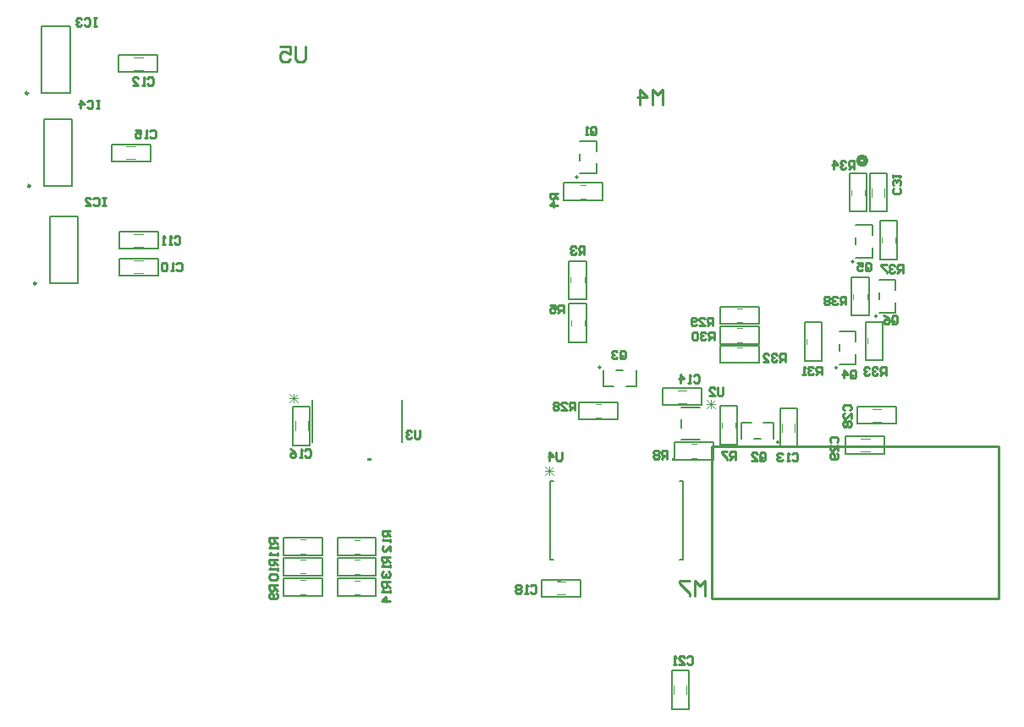
<source format=gbo>
G04*
G04 #@! TF.GenerationSoftware,Altium Limited,Altium Designer,18.1.6 (161)*
G04*
G04 Layer_Color=32896*
%FSTAX24Y24*%
%MOIN*%
G70*
G01*
G75*
%ADD10C,0.0200*%
%ADD11C,0.0098*%
%ADD13C,0.0060*%
%ADD14C,0.0050*%
%ADD15C,0.0040*%
%ADD16C,0.0079*%
%ADD18C,0.0100*%
%ADD20C,0.0030*%
G36*
X028199Y032451D02*
Y032351D01*
X028349D01*
Y032451D01*
X028199D01*
D02*
G37*
G36*
X035675Y027665D02*
Y027565D01*
X035825D01*
Y027665D01*
X035675D01*
D02*
G37*
G36*
X040175Y032335D02*
Y032435D01*
X040325D01*
Y032335D01*
X040175D01*
D02*
G37*
D10*
X04783Y044178D02*
G03*
X04783Y044178I-00015J0D01*
G01*
D11*
X014827Y046841D02*
G03*
X014827Y046841I-000049J0D01*
G01*
X015147Y039341D02*
G03*
X015147Y039341I-000049J0D01*
G01*
X014907Y043186D02*
G03*
X014907Y043186I-000049J0D01*
G01*
D13*
X046705Y036D02*
G03*
X046705Y036I-00005J0D01*
G01*
X037385Y036042D02*
G03*
X037385Y036042I-00005J0D01*
G01*
X04736Y0402D02*
G03*
X04736Y0402I-00005J0D01*
G01*
X048265Y038035D02*
G03*
X048265Y038035I-00005J0D01*
G01*
X0444Y033085D02*
G03*
X0444Y033085I-00005J0D01*
G01*
X03649Y04352D02*
G03*
X03649Y04352I-00005J0D01*
G01*
X04678Y03616D02*
X04743D01*
Y037041D02*
Y03744D01*
X04678D02*
X04743D01*
X04678Y036666D02*
Y036934D01*
X04743Y03616D02*
Y036559D01*
X037495Y035267D02*
Y035917D01*
X038376Y035267D02*
X038775D01*
Y035917D01*
X038001D02*
X038269D01*
X037495Y035267D02*
X037894D01*
X047435Y04036D02*
X048085D01*
Y041241D02*
Y04164D01*
X047435D02*
X048085D01*
X047435Y040866D02*
Y041134D01*
X048085Y04036D02*
Y040759D01*
X04834Y038195D02*
X04899D01*
Y039076D02*
Y039475D01*
X04834D02*
X04899D01*
X04834Y038701D02*
Y038969D01*
X04899Y038195D02*
Y038594D01*
X026004Y033076D02*
Y034746D01*
X029544Y033076D02*
Y034746D01*
X03539Y028455D02*
X035514D01*
X04061D02*
Y031545D01*
X040486Y028455D02*
X04061D01*
X03539D02*
Y031545D01*
X035514D01*
X040486D02*
X04061D01*
X040545Y033195D02*
X041295D01*
X040545Y033657D02*
Y033973D01*
Y034435D02*
X041295D01*
X04419Y03321D02*
Y03386D01*
X04291D02*
X043309D01*
X04291Y03321D02*
Y03386D01*
X043416Y03321D02*
X043684D01*
X043791Y03386D02*
X04419D01*
X036565Y04368D02*
X037215D01*
Y044561D02*
Y04496D01*
X036565D02*
X037215D01*
X036565Y044186D02*
Y044454D01*
X037215Y04368D02*
Y044079D01*
D14*
X0184Y04834D02*
X01993D01*
Y04767D02*
Y04834D01*
X0184Y04767D02*
X01993D01*
X0184D02*
Y04834D01*
X02526Y03296D02*
X02593D01*
Y03449D01*
X02526D02*
X02593D01*
X02526Y03296D02*
Y03449D01*
X0403Y03307D02*
X04182D01*
Y03239D02*
Y03307D01*
X0403Y03239D02*
X04182D01*
X0403D02*
Y03307D01*
X03659Y02699D02*
Y02766D01*
X03506D02*
X03659D01*
X03506Y02699D02*
Y02766D01*
Y02699D02*
X03659D01*
X03982Y03454D02*
X04135D01*
X03982D02*
Y03521D01*
X04135D01*
Y03454D02*
Y03521D01*
X047485Y034485D02*
X049015D01*
Y033815D02*
Y034485D01*
X047485Y033815D02*
X049015D01*
X047485D02*
Y034485D01*
X01841Y03966D02*
X01994D01*
X01841D02*
Y04033D01*
X01994D01*
Y03966D02*
Y04033D01*
X01841Y0407D02*
X01994D01*
X01841D02*
Y04137D01*
X01994D01*
Y0407D02*
Y04137D01*
X03652Y03466D02*
X03804D01*
Y03398D02*
Y03466D01*
X03652Y03398D02*
X03804D01*
X03652D02*
Y03466D01*
X04726Y03807D02*
Y03959D01*
X04794D01*
Y03807D02*
Y03959D01*
X04726Y03807D02*
X04794D01*
X04906Y04029D02*
Y04181D01*
X04838Y04029D02*
X04906D01*
X04838D02*
Y04181D01*
X04906D01*
X036135Y03703D02*
Y03855D01*
X036815D01*
Y03703D02*
Y03855D01*
X036135Y03703D02*
X036815D01*
Y03871D02*
Y04023D01*
X036135Y03871D02*
X036815D01*
X036135D02*
Y04023D01*
X036815D01*
X04542Y03629D02*
Y03781D01*
X0461D01*
Y03629D02*
Y03781D01*
X04542Y03629D02*
X0461D01*
X04782Y03631D02*
Y03783D01*
X0485D01*
Y03631D02*
Y03783D01*
X04782Y03631D02*
X0485D01*
X027011Y0293D02*
X028531D01*
Y02862D02*
Y0293D01*
X027011Y02862D02*
X028531D01*
X027011D02*
Y0293D01*
Y02851D02*
X028531D01*
Y02783D02*
Y02851D01*
X027011Y02783D02*
X028531D01*
X027011D02*
Y02851D01*
Y0277D02*
X028531D01*
Y02702D02*
Y0277D01*
X027011Y02702D02*
X028531D01*
X027011D02*
Y0277D01*
X02489Y02702D02*
X02641D01*
X02489D02*
Y0277D01*
X02641D01*
Y02702D02*
Y0277D01*
X02489Y02783D02*
X02641D01*
X02489D02*
Y02851D01*
X02641D01*
Y02783D02*
Y02851D01*
X02489Y02862D02*
X02641D01*
X02489D02*
Y0293D01*
X02641D01*
Y02862D02*
Y0293D01*
X047035Y03263D02*
Y0333D01*
Y03263D02*
X048565D01*
Y0333D01*
X047035D02*
X048565D01*
X04209Y03688D02*
X04361D01*
Y0362D02*
Y03688D01*
X04209Y0362D02*
X04361D01*
X04209D02*
Y03688D01*
X048645Y042165D02*
Y043695D01*
X047975Y042165D02*
X048645D01*
X047975D02*
Y043695D01*
X048645D01*
X04209Y03842D02*
X04361D01*
Y03774D02*
Y03842D01*
X04209Y03774D02*
X04361D01*
X04209D02*
Y03842D01*
Y037635D02*
X04361D01*
Y036955D02*
Y037635D01*
X04209Y036955D02*
X04361D01*
X04209D02*
Y037635D01*
X04786Y04217D02*
Y04369D01*
X04718Y04217D02*
X04786D01*
X04718D02*
Y04369D01*
X04786D01*
X042077Y032979D02*
Y034499D01*
X042757D01*
Y032979D02*
Y034499D01*
X042077Y032979D02*
X042757D01*
X04444Y032875D02*
Y034405D01*
X04511D01*
Y032875D02*
Y034405D01*
X04444Y032875D02*
X04511D01*
X03593Y0433D02*
X03745D01*
Y04262D02*
Y0433D01*
X03593Y04262D02*
X03745D01*
X03593D02*
Y0433D01*
X04085Y022555D02*
Y024085D01*
X04018Y022555D02*
X04085D01*
X04018D02*
Y024085D01*
X04085D01*
X01811Y044147D02*
X01964D01*
X01811D02*
Y044817D01*
X01964D01*
Y044147D02*
Y044817D01*
D15*
X019Y04775D02*
X01934D01*
X019Y04825D02*
X01934D01*
X02535Y03356D02*
Y0339D01*
X02585Y03356D02*
Y0339D01*
X04096Y03245D02*
X04116D01*
X04096Y033D02*
X04116D01*
X03565Y02708D02*
X03599D01*
X03565Y02758D02*
X03599D01*
X04041Y03513D02*
X04075D01*
X04041Y03463D02*
X04075D01*
X048085Y033895D02*
X048425D01*
X048085Y034395D02*
X048425D01*
X019Y04025D02*
X01934D01*
X019Y03975D02*
X01934D01*
X019Y04129D02*
X01934D01*
X019Y04079D02*
X01934D01*
X03718Y03404D02*
X03738D01*
X03718Y03459D02*
X03738D01*
X04788Y03873D02*
Y03893D01*
X04733Y03873D02*
Y03893D01*
X04844Y04095D02*
Y04115D01*
X04899Y04095D02*
Y04115D01*
X036755Y03769D02*
Y03789D01*
X036205Y03769D02*
Y03789D01*
X036195Y03937D02*
Y03957D01*
X036745Y03937D02*
Y03957D01*
X04604Y03695D02*
Y03715D01*
X04549Y03695D02*
Y03715D01*
X04844Y03697D02*
Y03717D01*
X04789Y03697D02*
Y03717D01*
X027671Y02868D02*
X027871D01*
X027671Y02923D02*
X027871D01*
X027671Y02789D02*
X027871D01*
X027671Y02844D02*
X027871D01*
X027671Y02708D02*
X027871D01*
X027671Y02763D02*
X027871D01*
X02555Y02764D02*
X02575D01*
X02555Y02709D02*
X02575D01*
X02555Y02845D02*
X02575D01*
X02555Y0279D02*
X02575D01*
X02555Y02924D02*
X02575D01*
X02555Y02869D02*
X02575D01*
X047635Y03321D02*
X047975D01*
X047635Y03271D02*
X047975D01*
X04275Y03626D02*
X04295D01*
X04275Y03681D02*
X04295D01*
X048055Y042755D02*
Y043095D01*
X048555Y042755D02*
Y043095D01*
X04275Y0378D02*
X04295D01*
X04275Y03835D02*
X04295D01*
X04275Y037015D02*
X04295D01*
X04275Y037565D02*
X04295D01*
X04724Y04283D02*
Y04303D01*
X04779Y04283D02*
Y04303D01*
X042697Y033639D02*
Y033839D01*
X042147Y033639D02*
Y033839D01*
X04503Y033475D02*
Y033815D01*
X04453Y033475D02*
Y033815D01*
X03659Y04268D02*
X03679D01*
X03659Y04323D02*
X03679D01*
X04026Y023145D02*
Y023485D01*
X04076Y023145D02*
Y023485D01*
X0187Y044737D02*
X01904D01*
X0187Y044237D02*
X01904D01*
D16*
X015369Y049479D02*
X016471D01*
X015369Y046841D02*
X016471D01*
Y049479D01*
X015369Y046841D02*
Y049479D01*
X015689Y039341D02*
Y041979D01*
X016791Y039341D02*
Y041979D01*
X015689Y039341D02*
X016791D01*
X015689Y041979D02*
X016791D01*
X015449Y043186D02*
Y045824D01*
X016551Y043186D02*
Y045824D01*
X015449Y043186D02*
X016551D01*
X015449Y045824D02*
X016551D01*
D18*
X05274Y03292D02*
X05304D01*
Y02692D02*
Y03292D01*
X05274Y02692D02*
X05304D01*
X04174Y03292D02*
X052437D01*
X04174Y02692D02*
Y03292D01*
Y02692D02*
X05274D01*
X052437Y03292D02*
X05274D01*
X02576Y04868D02*
Y04818D01*
X02566Y04808D01*
X02546D01*
X02536Y04818D01*
Y04868D01*
X02476D02*
X02516D01*
Y04838D01*
X02496Y04848D01*
X02486D01*
X02476Y04838D01*
Y04818D01*
X02486Y04808D01*
X02506D01*
X02516Y04818D01*
X047035Y0385D02*
Y03882D01*
X046875D01*
X046822Y038767D01*
Y03866D01*
X046875Y038607D01*
X047035D01*
X046928D02*
X046822Y0385D01*
X046715Y038767D02*
X046662Y03882D01*
X046555D01*
X046502Y038767D01*
Y038713D01*
X046555Y03866D01*
X046608D01*
X046555D01*
X046502Y038607D01*
Y038553D01*
X046555Y0385D01*
X046662D01*
X046715Y038553D01*
X046395Y038767D02*
X046342Y03882D01*
X046235D01*
X046182Y038767D01*
Y038713D01*
X046235Y03866D01*
X046182Y038607D01*
Y038553D01*
X046235Y0385D01*
X046342D01*
X046395Y038553D01*
Y038607D01*
X046342Y03866D01*
X046395Y038713D01*
Y038767D01*
X046342Y03866D02*
X046235D01*
X04928Y03976D02*
Y04008D01*
X04912D01*
X049067Y040027D01*
Y03992D01*
X04912Y039867D01*
X04928D01*
X049173D02*
X049067Y03976D01*
X04896Y040027D02*
X048907Y04008D01*
X0488D01*
X048747Y040027D01*
Y039973D01*
X0488Y03992D01*
X048853D01*
X0488D01*
X048747Y039867D01*
Y039813D01*
X0488Y03976D01*
X048907D01*
X04896Y039813D01*
X04864Y04008D02*
X048427D01*
Y040027D01*
X04864Y039813D01*
Y03976D01*
X048605Y035715D02*
Y036035D01*
X048445D01*
X048392Y035982D01*
Y035875D01*
X048445Y035822D01*
X048605D01*
X048498D02*
X048392Y035715D01*
X048285Y035982D02*
X048232Y036035D01*
X048125D01*
X048072Y035982D01*
Y035928D01*
X048125Y035875D01*
X048178D01*
X048125D01*
X048072Y035822D01*
Y035768D01*
X048125Y035715D01*
X048232D01*
X048285Y035768D01*
X047965Y035982D02*
X047912Y036035D01*
X047805D01*
X047752Y035982D01*
Y035928D01*
X047805Y035875D01*
X047859D01*
X047805D01*
X047752Y035822D01*
Y035768D01*
X047805Y035715D01*
X047912D01*
X047965Y035768D01*
X04735Y043855D02*
Y044175D01*
X04719D01*
X047137Y044122D01*
Y044015D01*
X04719Y043962D01*
X04735D01*
X047243D02*
X047137Y043855D01*
X04703Y044122D02*
X046977Y044175D01*
X04687D01*
X046817Y044122D01*
Y044068D01*
X04687Y044015D01*
X046923D01*
X04687D01*
X046817Y043962D01*
Y043908D01*
X04687Y043855D01*
X046977D01*
X04703Y043908D01*
X04655Y043855D02*
Y044175D01*
X04671Y044015D01*
X046497D01*
X04464Y036245D02*
Y036565D01*
X04448D01*
X044427Y036512D01*
Y036405D01*
X04448Y036352D01*
X04464D01*
X044533D02*
X044427Y036245D01*
X04432Y036512D02*
X044267Y036565D01*
X04416D01*
X044107Y036512D01*
Y036458D01*
X04416Y036405D01*
X044213D01*
X04416D01*
X044107Y036352D01*
Y036298D01*
X04416Y036245D01*
X044267D01*
X04432Y036298D01*
X043787Y036245D02*
X044D01*
X043787Y036458D01*
Y036512D01*
X04384Y036565D01*
X043947D01*
X044Y036512D01*
X04608Y03574D02*
Y03606D01*
X04592D01*
X045867Y036007D01*
Y0359D01*
X04592Y035847D01*
X04608D01*
X045973D02*
X045867Y03574D01*
X04576Y036007D02*
X045707Y03606D01*
X0456D01*
X045547Y036007D01*
Y035953D01*
X0456Y0359D01*
X045653D01*
X0456D01*
X045547Y035847D01*
Y035793D01*
X0456Y03574D01*
X045707D01*
X04576Y035793D01*
X04544Y03574D02*
X045334D01*
X045387D01*
Y03606D01*
X04544Y036007D01*
X04184Y03711D02*
Y03743D01*
X04168D01*
X041627Y037377D01*
Y03727D01*
X04168Y037217D01*
X04184D01*
X041733D02*
X041627Y03711D01*
X04152Y037377D02*
X041467Y03743D01*
X04136D01*
X041307Y037377D01*
Y037323D01*
X04136Y03727D01*
X041413D01*
X04136D01*
X041307Y037217D01*
Y037163D01*
X04136Y03711D01*
X041467D01*
X04152Y037163D01*
X0412Y037377D02*
X041147Y03743D01*
X04104D01*
X040987Y037377D01*
Y037163D01*
X04104Y03711D01*
X041147D01*
X0412Y037163D01*
Y037377D01*
X03636Y03434D02*
Y03466D01*
X0362D01*
X036147Y034607D01*
Y0345D01*
X0362Y034447D01*
X03636D01*
X036253D02*
X036147Y03434D01*
X035827D02*
X03604D01*
X035827Y034553D01*
Y034607D01*
X03588Y03466D01*
X035987D01*
X03604Y034607D01*
X03572D02*
X035667Y03466D01*
X03556D01*
X035507Y034607D01*
Y034553D01*
X03556Y0345D01*
X035507Y034447D01*
Y034393D01*
X03556Y03434D01*
X035667D01*
X03572Y034393D01*
Y034447D01*
X035667Y0345D01*
X03572Y034553D01*
Y034607D01*
X035667Y0345D02*
X03556D01*
X04179Y037675D02*
Y037995D01*
X04163D01*
X041577Y037942D01*
Y037835D01*
X04163Y037782D01*
X04179D01*
X041683D02*
X041577Y037675D01*
X041257D02*
X04147D01*
X041257Y037888D01*
Y037942D01*
X04131Y037995D01*
X041417D01*
X04147Y037942D01*
X04115Y037728D02*
X041097Y037675D01*
X04099D01*
X040937Y037728D01*
Y037942D01*
X04099Y037995D01*
X041097D01*
X04115Y037942D01*
Y037888D01*
X041097Y037835D01*
X040937D01*
X048852Y037798D02*
Y038012D01*
X048905Y038065D01*
X049012D01*
X049065Y038012D01*
Y037798D01*
X049012Y037745D01*
X048905D01*
X048958Y037852D02*
X048852Y037745D01*
X048905D02*
X048852Y037798D01*
X048532Y038065D02*
X048638Y038012D01*
X048745Y037905D01*
Y037798D01*
X048692Y037745D01*
X048585D01*
X048532Y037798D01*
Y037852D01*
X048585Y037905D01*
X048745D01*
X047805Y039893D02*
Y040107D01*
X047858Y04016D01*
X047965D01*
X048018Y040107D01*
Y039893D01*
X047965Y03984D01*
X047858D01*
X047911Y039947D02*
X047805Y03984D01*
X047858D02*
X047805Y039893D01*
X047485Y04016D02*
X047698D01*
Y04D01*
X047591Y040053D01*
X047538D01*
X047485Y04D01*
Y039893D01*
X047538Y03984D01*
X047645D01*
X047698Y039893D01*
X047217Y035653D02*
Y035867D01*
X04727Y03592D01*
X047377D01*
X04743Y035867D01*
Y035653D01*
X047377Y0356D01*
X04727D01*
X047324Y035707D02*
X047217Y0356D01*
X04727D02*
X047217Y035653D01*
X04695Y0356D02*
Y03592D01*
X04711Y03576D01*
X046897D01*
X038137Y036423D02*
Y036637D01*
X03819Y03669D01*
X038297D01*
X03835Y036637D01*
Y036423D01*
X038297Y03637D01*
X03819D01*
X038243Y036477D02*
X038137Y03637D01*
X03819D02*
X038137Y036423D01*
X03803Y036637D02*
X037977Y03669D01*
X03787D01*
X037817Y036637D01*
Y036583D01*
X03787Y03653D01*
X037923D01*
X03787D01*
X037817Y036477D01*
Y036423D01*
X03787Y03637D01*
X037977D01*
X03803Y036423D01*
X04148Y027005D02*
Y027605D01*
X04128Y027405D01*
X04108Y027605D01*
Y027005D01*
X04088Y027605D02*
X04048D01*
Y027505D01*
X04088Y027105D01*
Y027005D01*
X03983Y04637D02*
Y04697D01*
X03963Y04677D01*
X03943Y04697D01*
Y04637D01*
X03893D02*
Y04697D01*
X03923Y04667D01*
X03883D01*
X049137Y043093D02*
X04919Y04304D01*
Y042933D01*
X049137Y04288D01*
X048923D01*
X04887Y042933D01*
Y04304D01*
X048923Y043093D01*
X049137Y0432D02*
X04919Y043253D01*
Y04336D01*
X049137Y043413D01*
X049083D01*
X04903Y04336D01*
Y043307D01*
Y04336D01*
X048977Y043413D01*
X048923D01*
X04887Y04336D01*
Y043253D01*
X048923Y0432D01*
X04887Y04352D02*
Y043626D01*
Y043573D01*
X04919D01*
X049137Y04352D01*
X046468Y033067D02*
X046415Y03312D01*
Y033227D01*
X046468Y03328D01*
X046682D01*
X046735Y033227D01*
Y03312D01*
X046682Y033067D01*
X046735Y032747D02*
Y03296D01*
X046522Y032747D01*
X046468D01*
X046415Y0328D01*
Y032907D01*
X046468Y03296D01*
X046682Y03264D02*
X046735Y032587D01*
Y03248D01*
X046682Y032427D01*
X046468D01*
X046415Y03248D01*
Y032587D01*
X046468Y03264D01*
X046522D01*
X046575Y032587D01*
Y032427D01*
X046973Y034332D02*
X04692Y034385D01*
Y034492D01*
X046973Y034545D01*
X047187D01*
X04724Y034492D01*
Y034385D01*
X047187Y034332D01*
X04724Y034012D02*
Y034225D01*
X047027Y034012D01*
X046973D01*
X04692Y034065D01*
Y034172D01*
X046973Y034225D01*
Y033905D02*
X04692Y033852D01*
Y033745D01*
X046973Y033692D01*
X047027D01*
X04708Y033745D01*
X047133Y033692D01*
X047187D01*
X04724Y033745D01*
Y033852D01*
X047187Y033905D01*
X047133D01*
X04708Y033852D01*
X047027Y033905D01*
X046973D01*
X04708Y033852D02*
Y033745D01*
X040777Y024592D02*
X04083Y024645D01*
X040937D01*
X04099Y024592D01*
Y024378D01*
X040937Y024325D01*
X04083D01*
X040777Y024378D01*
X040457Y024325D02*
X04067D01*
X040457Y024538D01*
Y024592D01*
X04051Y024645D01*
X040617D01*
X04067Y024592D01*
X04035Y024325D02*
X040244D01*
X040297D01*
Y024645D01*
X04035Y024592D01*
X01763Y04656D02*
X017523D01*
X017577D01*
Y04624D01*
X01763D01*
X017523D01*
X01715Y046507D02*
X017203Y04656D01*
X01731D01*
X017363Y046507D01*
Y046293D01*
X01731Y04624D01*
X017203D01*
X01715Y046293D01*
X016884Y04624D02*
Y04656D01*
X017044Y0464D01*
X01683D01*
X019632Y045337D02*
X019685Y04539D01*
X019792D01*
X019845Y045337D01*
Y045123D01*
X019792Y04507D01*
X019685D01*
X019632Y045123D01*
X019525Y04507D02*
X019418D01*
X019472D01*
Y04539D01*
X019525Y045337D01*
X019045Y04539D02*
X019259D01*
Y04523D01*
X019152Y045283D01*
X019099D01*
X019045Y04523D01*
Y045123D01*
X019099Y04507D01*
X019205D01*
X019259Y045123D01*
X03584Y032671D02*
Y032405D01*
X035787Y032351D01*
X03568D01*
X035627Y032405D01*
Y032671D01*
X03536Y032351D02*
Y032671D01*
X03552Y032511D01*
X035307D01*
X030255Y033545D02*
Y033278D01*
X030202Y033225D01*
X030095D01*
X030042Y033278D01*
Y033545D01*
X029935Y033492D02*
X029882Y033545D01*
X029775D01*
X029722Y033492D01*
Y033438D01*
X029775Y033385D01*
X029828D01*
X029775D01*
X029722Y033332D01*
Y033278D01*
X029775Y033225D01*
X029882D01*
X029935Y033278D01*
X04219Y035235D02*
Y034968D01*
X042137Y034915D01*
X04203D01*
X041977Y034968D01*
Y035235D01*
X041657Y034915D02*
X04187D01*
X041657Y035128D01*
Y035182D01*
X04171Y035235D01*
X041817D01*
X04187Y035182D01*
X029075Y027565D02*
X028755D01*
Y027405D01*
X028808Y027352D01*
X028915D01*
X028968Y027405D01*
Y027565D01*
Y027458D02*
X029075Y027352D01*
Y027245D02*
Y027138D01*
Y027192D01*
X028755D01*
X028808Y027245D01*
X029075Y026819D02*
X028755D01*
X028915Y026979D01*
Y026765D01*
X029075Y02856D02*
X028755D01*
Y0284D01*
X028808Y028347D01*
X028915D01*
X028968Y0284D01*
Y02856D01*
Y028453D02*
X029075Y028347D01*
Y02824D02*
Y028133D01*
Y028187D01*
X028755D01*
X028808Y02824D01*
Y027974D02*
X028755Y02792D01*
Y027814D01*
X028808Y02776D01*
X028862D01*
X028915Y027814D01*
Y027867D01*
Y027814D01*
X028968Y02776D01*
X029022D01*
X029075Y027814D01*
Y02792D01*
X029022Y027974D01*
X029095Y02958D02*
X028775D01*
Y02942D01*
X028828Y029367D01*
X028935D01*
X028988Y02942D01*
Y02958D01*
Y029473D02*
X029095Y029367D01*
Y02926D02*
Y029153D01*
Y029207D01*
X028775D01*
X028828Y02926D01*
X029095Y02878D02*
Y028994D01*
X028882Y02878D01*
X028828D01*
X028775Y028834D01*
Y02894D01*
X028828Y028994D01*
X02464Y0293D02*
X02432D01*
Y02914D01*
X024373Y029087D01*
X02448D01*
X024533Y02914D01*
Y0293D01*
Y029193D02*
X02464Y029087D01*
Y02898D02*
Y028873D01*
Y028927D01*
X02432D01*
X024373Y02898D01*
X02464Y028714D02*
Y028607D01*
Y02866D01*
X02432D01*
X024373Y028714D01*
X02464Y02845D02*
X02432D01*
Y02829D01*
X024373Y028237D01*
X02448D01*
X024533Y02829D01*
Y02845D01*
Y028343D02*
X02464Y028237D01*
Y02813D02*
Y028023D01*
Y028077D01*
X02432D01*
X024373Y02813D01*
Y027864D02*
X02432Y02781D01*
Y027704D01*
X024373Y02765D01*
X024587D01*
X02464Y027704D01*
Y02781D01*
X024587Y027864D01*
X024373D01*
X02464Y02744D02*
X02432D01*
Y02728D01*
X024373Y027227D01*
X02448D01*
X024533Y02728D01*
Y02744D01*
Y027333D02*
X02464Y027227D01*
X024587Y02712D02*
X02464Y027067D01*
Y02696D01*
X024587Y026907D01*
X024373D01*
X02432Y02696D01*
Y027067D01*
X024373Y02712D01*
X024427D01*
X02448Y027067D01*
Y026907D01*
X039995Y03243D02*
Y03275D01*
X039835D01*
X039782Y032697D01*
Y03259D01*
X039835Y032537D01*
X039995D01*
X039888D02*
X039782Y03243D01*
X039675Y032697D02*
X039622Y03275D01*
X039515D01*
X039462Y032697D01*
Y032643D01*
X039515Y03259D01*
X039462Y032537D01*
Y032483D01*
X039515Y03243D01*
X039622D01*
X039675Y032483D01*
Y032537D01*
X039622Y03259D01*
X039675Y032643D01*
Y032697D01*
X039622Y03259D02*
X039515D01*
X04268Y03239D02*
Y03271D01*
X04252D01*
X042467Y032657D01*
Y03255D01*
X04252Y032497D01*
X04268D01*
X042573D02*
X042467Y03239D01*
X04236Y03271D02*
X042147D01*
Y032657D01*
X04236Y032443D01*
Y03239D01*
X035905Y038165D02*
Y038485D01*
X035745D01*
X035692Y038432D01*
Y038325D01*
X035745Y038272D01*
X035905D01*
X035798D02*
X035692Y038165D01*
X035372Y038485D02*
X035585D01*
Y038325D01*
X035478Y038378D01*
X035425D01*
X035372Y038325D01*
Y038218D01*
X035425Y038165D01*
X035532D01*
X035585Y038218D01*
X03569Y042895D02*
X03537D01*
Y042735D01*
X035423Y042682D01*
X03553D01*
X035583Y042735D01*
Y042895D01*
Y042788D02*
X03569Y042682D01*
Y042415D02*
X03537D01*
X03553Y042575D01*
Y042362D01*
X036735Y04048D02*
Y0408D01*
X036575D01*
X036522Y040747D01*
Y04064D01*
X036575Y040587D01*
X036735D01*
X036628D02*
X036522Y04048D01*
X036415Y040747D02*
X036362Y0408D01*
X036255D01*
X036202Y040747D01*
Y040693D01*
X036255Y04064D01*
X036308D01*
X036255D01*
X036202Y040587D01*
Y040533D01*
X036255Y04048D01*
X036362D01*
X036415Y040533D01*
X043652Y032413D02*
Y032627D01*
X043705Y03268D01*
X043812D01*
X043865Y032627D01*
Y032413D01*
X043812Y03236D01*
X043705D01*
X043758Y032467D02*
X043652Y03236D01*
X043705D02*
X043652Y032413D01*
X043332Y03236D02*
X043545D01*
X043332Y032573D01*
Y032627D01*
X043385Y03268D01*
X043492D01*
X043545Y032627D01*
X036987Y045253D02*
Y045467D01*
X03704Y04552D01*
X037147D01*
X0372Y045467D01*
Y045253D01*
X037147Y0452D01*
X03704D01*
X037093Y045307D02*
X036987Y0452D01*
X03704D02*
X036987Y045253D01*
X03688Y0452D02*
X036773D01*
X036827D01*
Y04552D01*
X03688Y045467D01*
X01752Y049799D02*
X017413D01*
X017467D01*
Y049479D01*
X01752D01*
X017413D01*
X01704Y049745D02*
X017093Y049799D01*
X0172D01*
X017253Y049745D01*
Y049532D01*
X0172Y049479D01*
X017093D01*
X01704Y049532D01*
X016934Y049745D02*
X01688Y049799D01*
X016774D01*
X01672Y049745D01*
Y049692D01*
X016774Y049639D01*
X016827D01*
X016774D01*
X01672Y049586D01*
Y049532D01*
X016774Y049479D01*
X01688D01*
X016934Y049532D01*
X01787Y04272D02*
X017763D01*
X017817D01*
Y0424D01*
X01787D01*
X017763D01*
X01739Y042667D02*
X017443Y04272D01*
X01755D01*
X017603Y042667D01*
Y042453D01*
X01755Y0424D01*
X017443D01*
X01739Y042453D01*
X01707Y0424D02*
X017284D01*
X01707Y042613D01*
Y042667D01*
X017124Y04272D01*
X01723D01*
X017284Y042667D01*
X034612Y027397D02*
X034665Y02745D01*
X034772D01*
X034825Y027397D01*
Y027183D01*
X034772Y02713D01*
X034665D01*
X034612Y027183D01*
X034505Y02713D02*
X034398D01*
X034452D01*
Y02745D01*
X034505Y027397D01*
X034239D02*
X034185Y02745D01*
X034079D01*
X034025Y027397D01*
Y027343D01*
X034079Y02729D01*
X034025Y027237D01*
Y027183D01*
X034079Y02713D01*
X034185D01*
X034239Y027183D01*
Y027237D01*
X034185Y02729D01*
X034239Y027343D01*
Y027397D01*
X034185Y02729D02*
X034079D01*
X025732Y032757D02*
X025785Y03281D01*
X025892D01*
X025945Y032757D01*
Y032543D01*
X025892Y03249D01*
X025785D01*
X025732Y032543D01*
X025625Y03249D02*
X025518D01*
X025572D01*
Y03281D01*
X025625Y032757D01*
X025145Y03281D02*
X025252Y032757D01*
X025359Y03265D01*
Y032543D01*
X025305Y03249D01*
X025199D01*
X025145Y032543D01*
Y032597D01*
X025199Y03265D01*
X025359D01*
X041037Y035692D02*
X04109Y035745D01*
X041197D01*
X04125Y035692D01*
Y035478D01*
X041197Y035425D01*
X04109D01*
X041037Y035478D01*
X04093Y035425D02*
X040823D01*
X040877D01*
Y035745D01*
X04093Y035692D01*
X040504Y035425D02*
Y035745D01*
X040664Y035585D01*
X04045D01*
X044917Y032602D02*
X04497Y032655D01*
X045077D01*
X04513Y032602D01*
Y032388D01*
X045077Y032335D01*
X04497D01*
X044917Y032388D01*
X04481Y032335D02*
X044703D01*
X044757D01*
Y032655D01*
X04481Y032602D01*
X044544D02*
X04449Y032655D01*
X044384D01*
X04433Y032602D01*
Y032548D01*
X044384Y032495D01*
X044437D01*
X044384D01*
X04433Y032442D01*
Y032388D01*
X044384Y032335D01*
X04449D01*
X044544Y032388D01*
X019532Y047417D02*
X019585Y04747D01*
X019692D01*
X019745Y047417D01*
Y047203D01*
X019692Y04715D01*
X019585D01*
X019532Y047203D01*
X019425Y04715D02*
X019318D01*
X019372D01*
Y04747D01*
X019425Y047417D01*
X018945Y04715D02*
X019159D01*
X018945Y047363D01*
Y047417D01*
X018999Y04747D01*
X019105D01*
X019159Y047417D01*
X020587Y041147D02*
X02064Y0412D01*
X020747D01*
X0208Y041147D01*
Y040933D01*
X020747Y04088D01*
X02064D01*
X020587Y040933D01*
X02048Y04088D02*
X020373D01*
X020427D01*
Y0412D01*
X02048Y041147D01*
X020214Y04088D02*
X020107D01*
X02016D01*
Y0412D01*
X020214Y041147D01*
X020667Y040107D02*
X02072Y04016D01*
X020827D01*
X02088Y040107D01*
Y039893D01*
X020827Y03984D01*
X02072D01*
X020667Y039893D01*
X02056Y03984D02*
X020453D01*
X020507D01*
Y04016D01*
X02056Y040107D01*
X020294D02*
X02024Y04016D01*
X020134D01*
X02008Y040107D01*
Y039893D01*
X020134Y03984D01*
X02024D01*
X020294Y039893D01*
Y040107D01*
D20*
X025108Y03497D02*
X025442Y034637D01*
Y03497D02*
X025108Y034637D01*
X025275Y03497D02*
Y034637D01*
X025442Y034803D02*
X025108D01*
X035173Y032105D02*
X035507Y031772D01*
Y032105D02*
X035173Y031772D01*
X03534Y032105D02*
Y031772D01*
X035507Y031938D02*
X035173D01*
X041885Y034747D02*
X041552Y034413D01*
X041885D02*
X041552Y034747D01*
X041885Y03458D02*
X041552D01*
X041718Y034413D02*
Y034747D01*
M02*

</source>
